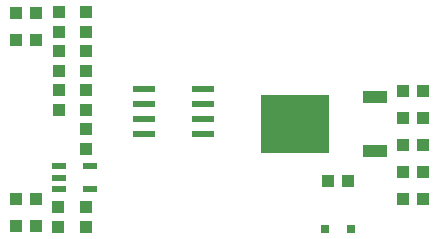
<source format=gbr>
G04 EAGLE Gerber RS-274X export*
G75*
%MOMM*%
%FSLAX34Y34*%
%LPD*%
%INSolderpaste Top*%
%IPPOS*%
%AMOC8*
5,1,8,0,0,1.08239X$1,22.5*%
G01*
%ADD10R,1.100000X1.000000*%
%ADD11R,1.000000X1.100000*%
%ADD12R,0.800000X0.800000*%
%ADD13R,2.100000X1.000000*%
%ADD14R,5.850000X4.900000*%
%ADD15R,1.150000X0.600000*%
%ADD16R,1.981200X0.558800*%


D10*
X334400Y68580D03*
X351400Y68580D03*
X397900Y53340D03*
X414900Y53340D03*
D11*
X105410Y29600D03*
X105410Y46600D03*
D10*
X397900Y76200D03*
X414900Y76200D03*
D12*
X353900Y27940D03*
X331900Y27940D03*
D13*
X373700Y94040D03*
X373700Y139640D03*
D14*
X305700Y116840D03*
D15*
X106380Y80620D03*
X106380Y71120D03*
X106380Y61620D03*
X132380Y61620D03*
X132380Y80620D03*
D16*
X227838Y107950D03*
X227838Y120650D03*
X227838Y133350D03*
X227838Y146050D03*
X178562Y146050D03*
X178562Y133350D03*
X178562Y120650D03*
X178562Y107950D03*
D11*
X397900Y99060D03*
X414900Y99060D03*
D10*
X129540Y112640D03*
X129540Y95640D03*
X129540Y29600D03*
X129540Y46600D03*
D11*
X70240Y30480D03*
X87240Y30480D03*
X87240Y53340D03*
X70240Y53340D03*
X397900Y121920D03*
X414900Y121920D03*
X397900Y144780D03*
X414900Y144780D03*
X70240Y187960D03*
X87240Y187960D03*
X70240Y210820D03*
X87240Y210820D03*
D10*
X106680Y211700D03*
X106680Y194700D03*
X129540Y194700D03*
X129540Y211700D03*
X129540Y161680D03*
X129540Y178680D03*
X106680Y161680D03*
X106680Y178680D03*
X106680Y145660D03*
X106680Y128660D03*
X129540Y145660D03*
X129540Y128660D03*
M02*

</source>
